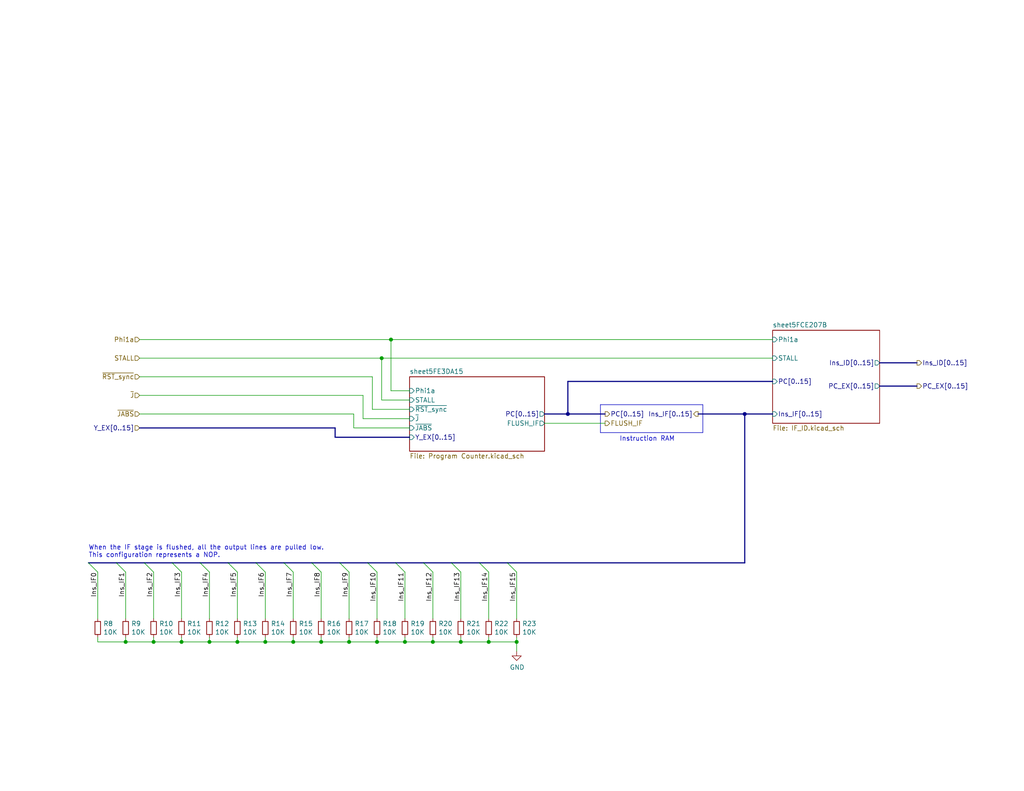
<source format=kicad_sch>
(kicad_sch (version 20230121) (generator eeschema)
  (paper "USLetter")
  (title_block (title "IF") (date "2022-09-25") (rev "C"))
  (lib_symbols
    (symbol "Device:R_Small" (pin_numbers hide) (pin_names (offset 0.254) hide)
      (property "Reference" "R" (at 0.762 0.508 0))
      (property "Value" "R_Small" (at 0.762 -1.016 0))
      (symbol "R_Small_0_1"
        (rectangle (start -0.762 1.778) (end 0.762 -1.778) (stroke (width 0.2032)))
      )
      (symbol "R_Small_1_1"
        (pin passive line (at 0 2.54 270) (length 0.762) (name "~") (number "1"))
        (pin passive line (at 0 -2.54 90) (length 0.762) (name "~") (number "2"))
      )
    )
    (symbol "power:GND" (power) (pin_names (offset 0))
      (property "Value" "GND" (at 0 -3.81 0))
      (symbol "GND_0_1"
        (polyline (pts (xy 0 0) (xy 0 -1.27) (xy 1.27 -1.27) (xy 0 -2.54) (xy -1.27 -1.27) (xy 0 -1.27)))
      )
      (symbol "GND_1_1"
        (pin power_in line (at 0 0 270) (length 0) hide (name "GND") (number "1"))
      )
    )
  )
  (junction (at 64.77 175.26))
  (junction (at 80.01 175.26))
  (junction (at 87.63 175.26))
  (junction (at 203.2 113.03))
  (junction (at 102.87 175.26))
  (junction (at 57.15 175.26))
  (junction (at 104.14 97.79))
  (junction (at 125.73 175.26))
  (junction (at 72.39 175.26))
  (junction (at 106.68 92.71))
  (junction (at 154.94 113.03))
  (junction (at 34.29 175.26))
  (junction (at 133.35 175.26))
  (junction (at 110.49 175.26))
  (junction (at 49.53 175.26))
  (junction (at 95.25 175.26))
  (junction (at 140.97 175.26))
  (junction (at 118.11 175.26))
  (junction (at 41.91 175.26))
  (bus_entry (at 57.15 156.21) (size -2.54 -2.54))
  (bus_entry (at 87.63 156.21) (size -2.54 -2.54))
  (bus_entry (at 140.97 156.21) (size -2.54 -2.54))
  (bus_entry (at 102.87 156.21) (size -2.54 -2.54))
  (bus_entry (at 95.25 156.21) (size -2.54 -2.54))
  (bus_entry (at 41.91 156.21) (size -2.54 -2.54))
  (bus_entry (at 80.01 156.21) (size -2.54 -2.54))
  (bus_entry (at 118.11 156.21) (size -2.54 -2.54))
  (bus_entry (at 64.77 156.21) (size -2.54 -2.54))
  (bus_entry (at 133.35 156.21) (size -2.54 -2.54))
  (bus_entry (at 125.73 156.21) (size -2.54 -2.54))
  (bus_entry (at 34.29 156.21) (size -2.54 -2.54))
  (bus_entry (at 26.67 156.21) (size -2.54 -2.54))
  (bus_entry (at 49.53 156.21) (size -2.54 -2.54))
  (bus_entry (at 110.49 156.21) (size -2.54 -2.54))
  (bus_entry (at 72.39 156.21) (size -2.54 -2.54))
  (bus (pts (xy 148.59 113.03) (xy 154.94 113.03)))
  (bus (pts (xy 107.95 153.67) (xy 115.57 153.67)))
  (wire (pts (xy 41.91 175.26) (xy 41.91 173.99)))
  (bus (pts (xy 115.57 153.67) (xy 123.19 153.67)))
  (wire (pts (xy 26.67 156.21) (xy 26.67 168.91)))
  (wire (pts (xy 106.68 92.71) (xy 210.82 92.71)))
  (wire (pts (xy 118.11 156.21) (xy 118.11 168.91)))
  (wire (pts (xy 140.97 175.26) (xy 133.35 175.26)))
  (wire (pts (xy 125.73 175.26) (xy 125.73 173.99)))
  (bus (pts (xy 92.71 153.67) (xy 100.33 153.67)))
  (polyline (pts (xy 191.77 110.49) (xy 163.83 110.49)))
  (bus (pts (xy 154.94 104.14) (xy 210.82 104.14)))
  (bus (pts (xy 62.23 153.67) (xy 69.85 153.67)))
  (bus (pts (xy 77.47 153.67) (xy 85.09 153.67)))
  (wire (pts (xy 38.1 107.95) (xy 99.06 107.95)))
  (wire (pts (xy 87.63 156.21) (xy 87.63 168.91)))
  (bus (pts (xy 85.09 153.67) (xy 92.71 153.67)))
  (wire (pts (xy 49.53 175.26) (xy 49.53 173.99)))
  (wire (pts (xy 133.35 175.26) (xy 133.35 173.99)))
  (polyline (pts (xy 163.83 118.11) (xy 191.77 118.11)))
  (wire (pts (xy 102.87 175.26) (xy 102.87 173.99)))
  (bus (pts (xy 250.19 105.41) (xy 240.03 105.41)))
  (bus (pts (xy 111.76 119.38) (xy 91.44 119.38)))
  (wire (pts (xy 101.6 111.76) (xy 101.6 102.87)))
  (wire (pts (xy 102.87 175.26) (xy 95.25 175.26)))
  (wire (pts (xy 148.59 115.57) (xy 165.1 115.57)))
  (wire (pts (xy 95.25 156.21) (xy 95.25 168.91)))
  (wire (pts (xy 26.67 175.26) (xy 26.67 173.99)))
  (wire (pts (xy 95.25 175.26) (xy 87.63 175.26)))
  (wire (pts (xy 110.49 156.21) (xy 110.49 168.91)))
  (wire (pts (xy 72.39 156.21) (xy 72.39 168.91)))
  (wire (pts (xy 38.1 97.79) (xy 104.14 97.79)))
  (wire (pts (xy 87.63 175.26) (xy 87.63 173.99)))
  (wire (pts (xy 210.82 97.79) (xy 104.14 97.79)))
  (wire (pts (xy 57.15 175.26) (xy 49.53 175.26)))
  (wire (pts (xy 38.1 102.87) (xy 101.6 102.87)))
  (wire (pts (xy 41.91 175.26) (xy 34.29 175.26)))
  (bus (pts (xy 123.19 153.67) (xy 130.81 153.67)))
  (bus (pts (xy 138.43 153.67) (xy 203.2 153.67)))
  (wire (pts (xy 133.35 175.26) (xy 125.73 175.26)))
  (wire (pts (xy 64.77 175.26) (xy 64.77 173.99)))
  (wire (pts (xy 118.11 175.26) (xy 118.11 173.99)))
  (wire (pts (xy 80.01 175.26) (xy 72.39 175.26)))
  (wire (pts (xy 64.77 175.26) (xy 57.15 175.26)))
  (wire (pts (xy 95.25 175.26) (xy 95.25 173.99)))
  (bus (pts (xy 203.2 113.03) (xy 210.82 113.03)))
  (wire (pts (xy 110.49 175.26) (xy 110.49 173.99)))
  (wire (pts (xy 111.76 114.3) (xy 99.06 114.3)))
  (polyline (pts (xy 163.83 110.49) (xy 163.83 118.11)))
  (wire (pts (xy 57.15 156.21) (xy 57.15 168.91)))
  (bus (pts (xy 190.5 113.03) (xy 203.2 113.03)))
  (wire (pts (xy 38.1 113.03) (xy 96.52 113.03)))
  (wire (pts (xy 34.29 175.26) (xy 34.29 173.99)))
  (wire (pts (xy 80.01 175.26) (xy 80.01 173.99)))
  (wire (pts (xy 111.76 109.22) (xy 104.14 109.22)))
  (wire (pts (xy 110.49 175.26) (xy 102.87 175.26)))
  (bus (pts (xy 91.44 116.84) (xy 38.1 116.84)))
  (bus (pts (xy 46.99 153.67) (xy 54.61 153.67)))
  (wire (pts (xy 34.29 156.21) (xy 34.29 168.91)))
  (wire (pts (xy 49.53 175.26) (xy 41.91 175.26)))
  (wire (pts (xy 111.76 116.84) (xy 96.52 116.84)))
  (wire (pts (xy 64.77 156.21) (xy 64.77 168.91)))
  (polyline (pts (xy 191.77 118.11) (xy 191.77 110.49)))
  (wire (pts (xy 96.52 116.84) (xy 96.52 113.03)))
  (wire (pts (xy 140.97 156.21) (xy 140.97 168.91)))
  (wire (pts (xy 140.97 175.26) (xy 140.97 173.99)))
  (wire (pts (xy 80.01 156.21) (xy 80.01 168.91)))
  (wire (pts (xy 111.76 111.76) (xy 101.6 111.76)))
  (wire (pts (xy 72.39 175.26) (xy 72.39 173.99)))
  (wire (pts (xy 111.76 106.68) (xy 106.68 106.68)))
  (wire (pts (xy 72.39 175.26) (xy 64.77 175.26)))
  (bus (pts (xy 54.61 153.67) (xy 62.23 153.67)))
  (wire (pts (xy 38.1 92.71) (xy 106.68 92.71)))
  (bus (pts (xy 203.2 153.67) (xy 203.2 113.03)))
  (wire (pts (xy 125.73 175.26) (xy 118.11 175.26)))
  (bus (pts (xy 240.03 99.06) (xy 250.19 99.06)))
  (wire (pts (xy 102.87 156.21) (xy 102.87 168.91)))
  (wire (pts (xy 87.63 175.26) (xy 80.01 175.26)))
  (bus (pts (xy 91.44 119.38) (xy 91.44 116.84)))
  (bus (pts (xy 69.85 153.67) (xy 77.47 153.67)))
  (wire (pts (xy 57.15 175.26) (xy 57.15 173.99)))
  (bus (pts (xy 130.81 153.67) (xy 138.43 153.67)))
  (wire (pts (xy 125.73 156.21) (xy 125.73 168.91)))
  (wire (pts (xy 99.06 114.3) (xy 99.06 107.95)))
  (wire (pts (xy 133.35 156.21) (xy 133.35 168.91)))
  (wire (pts (xy 41.91 156.21) (xy 41.91 168.91)))
  (bus (pts (xy 100.33 153.67) (xy 107.95 153.67)))
  (bus (pts (xy 24.13 153.67) (xy 31.75 153.67)))
  (bus (pts (xy 165.1 113.03) (xy 154.94 113.03)))
  (wire (pts (xy 140.97 177.8) (xy 140.97 175.26)))
  (bus (pts (xy 39.37 153.67) (xy 46.99 153.67)))
  (wire (pts (xy 34.29 175.26) (xy 26.67 175.26)))
  (bus (pts (xy 31.75 153.67) (xy 39.37 153.67)))
  (wire (pts (xy 49.53 156.21) (xy 49.53 168.91)))
  (wire (pts (xy 104.14 97.79) (xy 104.14 109.22)))
  (bus (pts (xy 154.94 113.03) (xy 154.94 104.14)))
  (wire (pts (xy 118.11 175.26) (xy 110.49 175.26)))
  (wire (pts (xy 106.68 92.71) (xy 106.68 106.68)))
  (text "Instruction RAM" (at 184.15 120.65 0) (effects (font (size 1.27 1.27)) (justify right bottom)))
  (text "When the IF stage is flushed, all the output lines are pulled low.\nThis configuration represents a NOP." (at 24.13 152.4 0) (effects (font (size 1.27 1.27)) (justify left bottom)))
  (label "Ins_IF11" (at 110.49 156.21 270))
  (label "Ins_IF13" (at 125.73 156.21 270))
  (label "Ins_IF6" (at 72.39 156.21 270))
  (label "Ins_IF12" (at 118.11 156.21 270))
  (label "Ins_IF14" (at 133.35 156.21 270))
  (label "Ins_IF1" (at 34.29 156.21 270))
  (label "Ins_IF10" (at 102.87 156.21 270))
  (label "Ins_IF5" (at 64.77 156.21 270))
  (label "Ins_IF0" (at 26.67 156.21 270))
  (label "Ins_IF8" (at 87.63 156.21 270))
  (label "Ins_IF9" (at 95.25 156.21 270))
  (label "Ins_IF7" (at 80.01 156.21 270))
  (label "Ins_IF3" (at 49.53 156.21 270))
  (label "Ins_IF15" (at 140.97 156.21 270))
  (label "Ins_IF2" (at 41.91 156.21 270))
  (label "Ins_IF4" (at 57.15 156.21 270))
  (hierarchical_label "Phi1a" (shape input) (at 38.1 92.71 180))
  (hierarchical_label "~{RST_sync}" (shape input) (at 38.1 102.87 180))
  (hierarchical_label "~{J}" (shape input) (at 38.1 107.95 180))
  (hierarchical_label "Ins_IF[0..15]" (shape output) (at 190.5 113.03 180))
  (hierarchical_label "PC[0..15]" (shape output) (at 165.1 113.03 0))
  (hierarchical_label "STALL" (shape input) (at 38.1 97.79 180))
  (hierarchical_label "PC_EX[0..15]" (shape output) (at 250.19 105.41 0))
  (hierarchical_label "Y_EX[0..15]" (shape input) (at 38.1 116.84 180))
  (hierarchical_label "~{JABS}" (shape input) (at 38.1 113.03 180))
  (hierarchical_label "Ins_ID[0..15]" (shape output) (at 250.19 99.06 0))
  (hierarchical_label "FLUSH_IF" (shape output) (at 165.1 115.57 0))
  (symbol (lib_id "Device:R_Small") (at 133.35 171.45 0) (unit 1)
    (property "Reference" "R22" (at 134.8486 170.2816 0) (effects (justify left)))
    (property "Value" "10K" (at 134.8486 172.593 0) (effects (justify left)))
    (property "Footprint" "Resistor_SMD:R_0603_1608Metric_Pad0.98x0.95mm_HandSolder" (effects hide))
    (property "Mouser" "https://www.mouser.com/ProductDetail/652-CR0603FX-1002ELF" (effects hide))
  )
  (symbol (lib_id "Device:R_Small") (at 64.77 171.45 0) (unit 1)
    (property "Reference" "R13" (at 66.2686 170.2816 0) (effects (justify left)))
    (property "Value" "10K" (at 66.2686 172.593 0) (effects (justify left)))
    (property "Footprint" "Resistor_SMD:R_0603_1608Metric_Pad0.98x0.95mm_HandSolder" (effects hide))
    (property "Mouser" "https://www.mouser.com/ProductDetail/652-CR0603FX-1002ELF" (effects hide))
  )
  (symbol (lib_id "Device:R_Small") (at 110.49 171.45 0) (unit 1)
    (property "Reference" "R19" (at 111.9886 170.2816 0) (effects (justify left)))
    (property "Value" "10K" (at 111.9886 172.593 0) (effects (justify left)))
    (property "Footprint" "Resistor_SMD:R_0603_1608Metric_Pad0.98x0.95mm_HandSolder" (effects hide))
    (property "Mouser" "https://www.mouser.com/ProductDetail/652-CR0603FX-1002ELF" (effects hide))
  )
  (symbol (lib_id "Device:R_Small") (at 95.25 171.45 0) (unit 1)
    (property "Reference" "R17" (at 96.7486 170.2816 0) (effects (justify left)))
    (property "Value" "10K" (at 96.7486 172.593 0) (effects (justify left)))
    (property "Footprint" "Resistor_SMD:R_0603_1608Metric_Pad0.98x0.95mm_HandSolder" (effects hide))
    (property "Mouser" "https://www.mouser.com/ProductDetail/652-CR0603FX-1002ELF" (effects hide))
  )
  (symbol (lib_id "Device:R_Small") (at 118.11 171.45 0) (unit 1)
    (property "Reference" "R20" (at 119.6086 170.2816 0) (effects (justify left)))
    (property "Value" "10K" (at 119.6086 172.593 0) (effects (justify left)))
    (property "Footprint" "Resistor_SMD:R_0603_1608Metric_Pad0.98x0.95mm_HandSolder" (effects hide))
    (property "Mouser" "https://www.mouser.com/ProductDetail/652-CR0603FX-1002ELF" (effects hide))
  )
  (symbol (lib_id "Device:R_Small") (at 87.63 171.45 0) (unit 1)
    (property "Reference" "R16" (at 89.1286 170.2816 0) (effects (justify left)))
    (property "Value" "10K" (at 89.1286 172.593 0) (effects (justify left)))
    (property "Footprint" "Resistor_SMD:R_0603_1608Metric_Pad0.98x0.95mm_HandSolder" (effects hide))
    (property "Mouser" "https://www.mouser.com/ProductDetail/652-CR0603FX-1002ELF" (effects hide))
  )
  (symbol (lib_id "Device:R_Small") (at 57.15 171.45 0) (unit 1)
    (property "Reference" "R12" (at 58.6486 170.2816 0) (effects (justify left)))
    (property "Value" "10K" (at 58.6486 172.593 0) (effects (justify left)))
    (property "Footprint" "Resistor_SMD:R_0603_1608Metric_Pad0.98x0.95mm_HandSolder" (effects hide))
    (property "Mouser" "https://www.mouser.com/ProductDetail/652-CR0603FX-1002ELF" (effects hide))
  )
  (symbol (lib_id "Device:R_Small") (at 102.87 171.45 0) (unit 1)
    (property "Reference" "R18" (at 104.3686 170.2816 0) (effects (justify left)))
    (property "Value" "10K" (at 104.3686 172.593 0) (effects (justify left)))
    (property "Footprint" "Resistor_SMD:R_0603_1608Metric_Pad0.98x0.95mm_HandSolder" (effects hide))
    (property "Mouser" "https://www.mouser.com/ProductDetail/652-CR0603FX-1002ELF" (effects hide))
  )
  (symbol (lib_id "Device:R_Small") (at 41.91 171.45 0) (unit 1)
    (property "Reference" "R10" (at 43.4086 170.2816 0) (effects (justify left)))
    (property "Value" "10K" (at 43.4086 172.593 0) (effects (justify left)))
    (property "Footprint" "Resistor_SMD:R_0603_1608Metric_Pad0.98x0.95mm_HandSolder" (effects hide))
    (property "Mouser" "https://www.mouser.com/ProductDetail/652-CR0603FX-1002ELF" (effects hide))
  )
  (symbol (lib_id "Device:R_Small") (at 72.39 171.45 0) (unit 1)
    (property "Reference" "R14" (at 73.8886 170.2816 0) (effects (justify left)))
    (property "Value" "10K" (at 73.8886 172.593 0) (effects (justify left)))
    (property "Footprint" "Resistor_SMD:R_0603_1608Metric_Pad0.98x0.95mm_HandSolder" (effects hide))
    (property "Mouser" "https://www.mouser.com/ProductDetail/652-CR0603FX-1002ELF" (effects hide))
  )
  (symbol (lib_id "Device:R_Small") (at 49.53 171.45 0) (unit 1)
    (property "Reference" "R11" (at 51.0286 170.2816 0) (effects (justify left)))
    (property "Value" "10K" (at 51.0286 172.593 0) (effects (justify left)))
    (property "Footprint" "Resistor_SMD:R_0603_1608Metric_Pad0.98x0.95mm_HandSolder" (effects hide))
    (property "Mouser" "https://www.mouser.com/ProductDetail/652-CR0603FX-1002ELF" (effects hide))
  )
  (symbol (lib_id "Device:R_Small") (at 34.29 171.45 0) (unit 1)
    (property "Reference" "R9" (at 35.7886 170.2816 0) (effects (justify left)))
    (property "Value" "10K" (at 35.7886 172.593 0) (effects (justify left)))
    (property "Footprint" "Resistor_SMD:R_0603_1608Metric_Pad0.98x0.95mm_HandSolder" (effects hide))
    (property "Mouser" "https://www.mouser.com/ProductDetail/652-CR0603FX-1002ELF" (effects hide))
  )
  (symbol (lib_id "power:GND") (at 140.97 177.8 0) (unit 1)
    (property "Reference" "#PWR0281" (effects hide))
    (property "Value" "GND" (at 141.097 182.1942 0))
  )
  (symbol (lib_id "Device:R_Small") (at 80.01 171.45 0) (unit 1)
    (property "Reference" "R15" (at 81.5086 170.2816 0) (effects (justify left)))
    (property "Value" "10K" (at 81.5086 172.593 0) (effects (justify left)))
    (property "Footprint" "Resistor_SMD:R_0603_1608Metric_Pad0.98x0.95mm_HandSolder" (effects hide))
    (property "Mouser" "https://www.mouser.com/ProductDetail/652-CR0603FX-1002ELF" (effects hide))
  )
  (symbol (lib_id "Device:R_Small") (at 125.73 171.45 0) (unit 1)
    (property "Reference" "R21" (at 127.2286 170.2816 0) (effects (justify left)))
    (property "Value" "10K" (at 127.2286 172.593 0) (effects (justify left)))
    (property "Footprint" "Resistor_SMD:R_0603_1608Metric_Pad0.98x0.95mm_HandSolder" (effects hide))
    (property "Mouser" "https://www.mouser.com/ProductDetail/652-CR0603FX-1002ELF" (effects hide))
  )
  (symbol (lib_id "Device:R_Small") (at 26.67 171.45 0) (unit 1)
    (property "Reference" "R8" (at 28.1686 170.2816 0) (effects (justify left)))
    (property "Value" "10K" (at 28.1686 172.593 0) (effects (justify left)))
    (property "Footprint" "Resistor_SMD:R_0603_1608Metric_Pad0.98x0.95mm_HandSolder" (effects hide))
    (property "Mouser" "https://www.mouser.com/ProductDetail/652-CR0603FX-1002ELF" (effects hide))
  )
  (symbol (lib_id "Device:R_Small") (at 140.97 171.45 0) (unit 1)
    (property "Reference" "R23" (at 142.4686 170.2816 0) (effects (justify left)))
    (property "Value" "10K" (at 142.4686 172.593 0) (effects (justify left)))
    (property "Footprint" "Resistor_SMD:R_0603_1608Metric_Pad0.98x0.95mm_HandSolder" (effects hide))
    (property "Mouser" "https://www.mouser.com/ProductDetail/652-CR0603FX-1002ELF" (effects hide))
  )
  (sheet (at 210.82 90.17) (size 29.21 25.4)
    (property "Sheetname" "sheet5FCE207B" (at 210.82 89.4584 0) (effects (justify left bottom)))
    (property "Sheetfile" "IF_ID.kicad_sch" (at 210.82 116.1546 0) (effects (justify left top)))
    (pin "PC[0..15]" input (at 210.82 104.14 180))
    (pin "PC_EX[0..15]" output (at 240.03 105.41 0))
    (pin "Ins_IF[0..15]" input (at 210.82 113.03 180))
    (pin "Ins_ID[0..15]" output (at 240.03 99.06 0))
    (pin "STALL" input (at 210.82 97.79 180))
    (pin "Phi1a" input (at 210.82 92.71 180))
  )
  (sheet (at 111.76 102.87) (size 36.83 20.32)
    (property "Sheetname" "sheet5FE3DA15" (at 111.76 102.1584 0) (effects (justify left bottom)))
    (property "Sheetfile" "Program Counter.kicad_sch" (at 111.76 123.7746 0) (effects (justify left top)))
    (pin "~{RST_sync}" input (at 111.76 111.76 180))
    (pin "~{J}" input (at 111.76 114.3 180))
    (pin "PC[0..15]" output (at 148.59 113.03 0))
    (pin "Y_EX[0..15]" input (at 111.76 119.38 180))
    (pin "~{JABS}" input (at 111.76 116.84 180))
    (pin "STALL" input (at 111.76 109.22 180))
    (pin "FLUSH_IF" output (at 148.59 115.57 0))
    (pin "Phi1a" input (at 111.76 106.68 180))
  )
)
</source>
